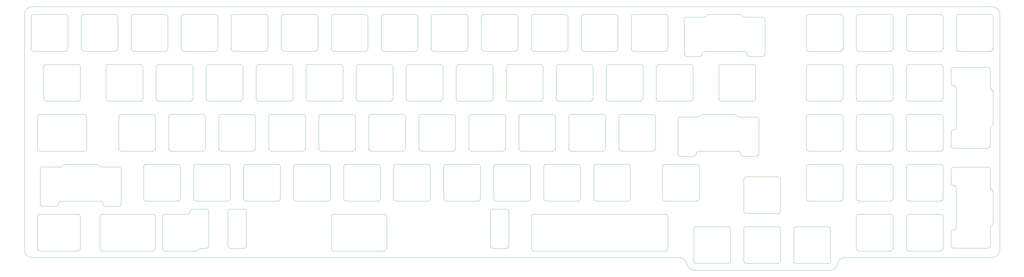
<source format=gbr>
G04 #@! TF.GenerationSoftware,KiCad,Pcbnew,(5.1.5-0-10_14)*
G04 #@! TF.CreationDate,2020-05-12T08:54:25-06:00*
G04 #@! TF.ProjectId,FR4Plate,46523450-6c61-4746-952e-6b696361645f,rev?*
G04 #@! TF.SameCoordinates,Original*
G04 #@! TF.FileFunction,Profile,NP*
%FSLAX46Y46*%
G04 Gerber Fmt 4.6, Leading zero omitted, Abs format (unit mm)*
G04 Created by KiCad (PCBNEW (5.1.5-0-10_14)) date 2020-05-12 08:54:25*
%MOMM*%
%LPD*%
G04 APERTURE LIST*
%ADD10C,0.050000*%
G04 APERTURE END LIST*
D10*
X319086500Y-165306750D02*
G75*
G02X318087500Y-164305750I1000J1000000D01*
G01*
X331087500Y-151305750D02*
G75*
G02X332087500Y-152305750I0J-1000000D01*
G01*
X332086500Y-164306750D02*
G75*
G02X331087500Y-165305750I-999000J0D01*
G01*
X318087500Y-152305750D02*
G75*
G02X319087500Y-151305750I1000000J0D01*
G01*
X331087500Y-165305750D02*
X319087500Y-165305750D01*
X318087500Y-164305750D02*
X318087500Y-152305750D01*
X332087500Y-152305750D02*
X332087500Y-164306750D01*
X319087500Y-151305750D02*
X331087500Y-151305750D01*
X293987500Y-152305750D02*
X293987500Y-164306750D01*
X299037500Y-145256750D02*
X299037500Y-133255750D01*
X312037500Y-146256750D02*
X300037500Y-146256750D01*
X313037500Y-133255750D02*
X313037500Y-145256750D01*
X300037500Y-132256750D02*
X312037500Y-132256750D01*
X322850500Y-121443750D02*
X322850500Y-109443750D01*
X323850500Y-70343750D02*
X335850500Y-70343750D01*
X336850500Y-128493750D02*
X336850500Y-140493750D01*
X336850500Y-71343750D02*
X336850500Y-83343750D01*
X322850500Y-83343750D02*
X322850500Y-71343750D01*
X335850500Y-84343750D02*
X323850500Y-84343750D01*
X323850500Y-127493750D02*
X335850500Y-127493750D01*
X335850500Y-122443750D02*
X323850500Y-122443750D01*
X336850500Y-109443750D02*
X336850500Y-121443750D01*
X336850500Y-90393750D02*
X336850500Y-102393750D01*
X323850500Y-89393750D02*
X335850500Y-89393750D01*
X322850500Y-102393750D02*
X322850500Y-90393750D01*
X335850500Y-103393750D02*
X323850500Y-103393750D01*
X393999500Y-138018750D02*
X394000500Y-150018750D01*
X392999500Y-129580750D02*
X392999500Y-136286750D01*
X274930500Y-109443750D02*
X281636500Y-109443750D01*
X117775500Y-71343750D02*
X117775500Y-83343750D01*
X104775500Y-70343750D02*
X116775500Y-70343750D01*
X103775500Y-83343750D02*
X103775500Y-71343750D01*
X116775500Y-84343750D02*
X104775500Y-84343750D01*
X170162500Y-109443750D02*
X170162500Y-121443750D01*
X157162500Y-108443750D02*
X169162500Y-108443750D01*
X156162500Y-121443750D02*
X156162500Y-109443750D01*
X169162500Y-122443750D02*
X157162500Y-122443750D01*
X75200500Y-102393750D02*
X75200500Y-90393750D01*
X88200500Y-103393750D02*
X76199500Y-103393750D01*
X89199500Y-90393750D02*
X89199500Y-102393750D01*
X76199500Y-89393750D02*
X88200500Y-89393750D01*
X89487500Y-140493750D02*
X89487500Y-128493750D01*
X102487500Y-141493750D02*
X90487500Y-141493750D01*
X103487500Y-128493750D02*
X103487500Y-140493750D01*
X90487500Y-127493750D02*
X102487500Y-127493750D01*
X355900500Y-128493750D02*
X355900500Y-140493750D01*
X342900500Y-127493750D02*
X354900500Y-127493750D01*
X355900500Y-90393750D02*
X355900500Y-102393750D01*
X342900500Y-89393750D02*
X354900500Y-89393750D01*
X341900500Y-102393750D02*
X341900500Y-90393750D01*
X354900500Y-103393750D02*
X342900500Y-103393750D01*
X374950500Y-90393750D02*
X374950500Y-102393750D01*
X213312500Y-121443750D02*
X213312500Y-109443750D01*
X226312500Y-122443750D02*
X214312500Y-122443750D01*
X227312500Y-109443750D02*
X227312500Y-121443750D01*
X214312500Y-108443750D02*
X226312500Y-108443750D01*
X155875500Y-71343750D02*
X155875500Y-83343750D01*
X361950500Y-89393750D02*
X373950500Y-89393750D01*
X354900500Y-84343750D02*
X342900500Y-84343750D01*
X355900500Y-71343750D02*
X355900500Y-83343750D01*
X341900500Y-140493750D02*
X341900500Y-128493750D01*
X354900500Y-141493750D02*
X342900500Y-141493750D01*
X342900500Y-70343750D02*
X354900500Y-70343750D01*
X341900500Y-83343750D02*
X341900500Y-71343750D01*
X360950500Y-102393750D02*
X360950500Y-90393750D01*
X373950500Y-103393750D02*
X361950500Y-103393750D01*
X360950500Y-140493750D02*
X360950500Y-128493750D01*
X373950500Y-141493750D02*
X361950500Y-141493750D01*
X374950500Y-128493750D02*
X374950500Y-140493750D01*
X361950500Y-127493750D02*
X373950500Y-127493750D01*
X373950500Y-122443750D02*
X361950500Y-122443750D01*
X361950500Y-70343750D02*
X373950500Y-70343750D01*
X360950500Y-83343750D02*
X360950500Y-71343750D01*
X373950500Y-84343750D02*
X361949500Y-84343750D01*
X374950500Y-71343750D02*
X374950500Y-83343750D01*
X380999500Y-70343750D02*
X392999500Y-70343750D01*
X379999500Y-83343750D02*
X379999500Y-71343750D01*
X219074500Y-146543750D02*
X269174500Y-146543750D01*
X218074500Y-159543750D02*
X218074500Y-147543750D01*
X269174500Y-160543750D02*
X219074500Y-160543750D01*
X145350500Y-103393750D02*
X133350500Y-103393750D01*
X146350500Y-90393750D02*
X146350500Y-102393750D01*
X32337500Y-102393750D02*
X32337500Y-90393750D01*
X45337500Y-103393750D02*
X33337500Y-103393750D01*
X189212500Y-109443750D02*
X189212500Y-121443750D01*
X176212500Y-108443750D02*
X188212500Y-108443750D01*
X54768500Y-146543750D02*
X73912500Y-146543750D01*
X53768500Y-159543750D02*
X53768500Y-147543750D01*
X73912500Y-160543750D02*
X54768500Y-160543750D01*
X74912500Y-147543750D02*
X74912500Y-159543750D01*
X179974500Y-83343750D02*
X179974500Y-71343750D01*
X192974500Y-84343750D02*
X180974500Y-84343750D01*
X193974500Y-71343750D02*
X193974500Y-83343750D01*
X142875500Y-70343750D02*
X154874500Y-70343750D01*
X141875500Y-83343750D02*
X141875500Y-71343750D01*
X277311500Y-71343750D02*
X284017500Y-71343750D01*
X276311500Y-85343750D02*
X276311500Y-72343750D01*
X282311500Y-86343750D02*
X277311500Y-86343750D01*
X257174500Y-70343750D02*
X269174500Y-70343750D01*
X256174500Y-83343750D02*
X256174500Y-71343750D01*
X269174500Y-84343750D02*
X257174500Y-84343750D01*
X270174500Y-71343750D02*
X270174500Y-83343750D01*
X132350500Y-102393750D02*
X132350500Y-90393750D01*
X133350500Y-89393750D02*
X145350500Y-89393750D01*
X203500500Y-90393750D02*
X203500500Y-102393750D01*
X190500500Y-89393750D02*
X202500500Y-89393750D01*
X189500500Y-102393750D02*
X189500500Y-90393750D01*
X202500500Y-103393750D02*
X190500500Y-103393750D01*
X255887500Y-128493750D02*
X255887500Y-140493750D01*
X242887500Y-127493750D02*
X254887500Y-127493750D01*
X241887500Y-140493750D02*
X241887500Y-128493750D01*
X254887500Y-141493750D02*
X242887500Y-141493750D01*
X378999500Y-128580750D02*
X391999500Y-128580750D01*
X377999500Y-134580750D02*
X377999500Y-129580750D01*
X379999500Y-151456750D02*
X379999500Y-136580750D01*
X377999500Y-158456750D02*
X377999500Y-153456750D01*
X391999500Y-159456750D02*
X378999500Y-159456750D01*
X393000500Y-151750750D02*
X392999500Y-158456750D01*
X342900500Y-146543750D02*
X354900500Y-146543750D01*
X341900500Y-159543750D02*
X341900500Y-147543750D01*
X392999500Y-84343750D02*
X380999500Y-84343750D01*
X393999500Y-71343750D02*
X393999500Y-83343750D01*
X355900500Y-109443750D02*
X355900500Y-121443750D01*
X342900500Y-108443750D02*
X354900500Y-108443750D01*
X341900500Y-121443750D02*
X341900500Y-109443750D01*
X354900500Y-122443750D02*
X342900500Y-122443750D01*
X154874500Y-84343750D02*
X142875500Y-84343750D01*
X40575500Y-84343750D02*
X28575500Y-84343750D01*
X41574500Y-71343750D02*
X41574500Y-83343750D01*
X379999500Y-113356750D02*
X379999500Y-98480750D01*
X273930500Y-123443750D02*
X273930500Y-110443750D01*
X279930500Y-124443750D02*
X274930500Y-124443750D01*
X296806500Y-122443750D02*
X281930500Y-122443750D01*
X303806500Y-124443750D02*
X298806500Y-124443750D01*
X304806500Y-110443750D02*
X304806500Y-123443750D01*
X297100500Y-109443750D02*
X303806500Y-109443750D01*
X283368500Y-108443750D02*
X295368500Y-108443750D01*
X28575500Y-70343750D02*
X40575500Y-70343750D01*
X27575500Y-83343750D02*
X27574500Y-71343750D01*
X360950500Y-159543750D02*
X360950500Y-147543750D01*
X374950500Y-109443750D02*
X374950500Y-121443750D01*
X361950500Y-108443750D02*
X373950500Y-108443750D01*
X360950500Y-121443750D02*
X360950500Y-109443750D01*
X374950500Y-147543750D02*
X374950500Y-159543750D01*
X361950500Y-146543750D02*
X373950500Y-146543750D01*
X378999500Y-90480750D02*
X391999500Y-90480750D01*
X377999500Y-96480750D02*
X377999500Y-91480750D01*
X180974500Y-70343750D02*
X192974500Y-70343750D01*
X208549500Y-102393750D02*
X208549500Y-90393750D01*
X221549500Y-103393750D02*
X209549500Y-103393750D01*
X222549500Y-90393750D02*
X222549500Y-102393750D01*
X209549500Y-89393750D02*
X221549500Y-89393750D01*
X164400500Y-103393750D02*
X152400500Y-103393750D01*
X165400500Y-90393750D02*
X165400500Y-102393750D01*
X152400500Y-89393750D02*
X164400500Y-89393750D01*
X151400500Y-102393750D02*
X151400500Y-90393750D01*
X175212500Y-121443750D02*
X175212500Y-109443750D01*
X188212500Y-122443750D02*
X176212500Y-122443750D01*
X46337500Y-90393750D02*
X46337500Y-102393750D01*
X33337500Y-89393750D02*
X45337500Y-89393750D01*
X377999500Y-120356750D02*
X377999500Y-115356750D01*
X391999500Y-121356750D02*
X378999500Y-121356750D01*
X373950500Y-160543750D02*
X361950500Y-160543750D01*
X392999500Y-91480750D02*
X392999500Y-98186750D01*
X112012500Y-122443750D02*
X100012500Y-122443750D01*
X113012500Y-109443750D02*
X113012500Y-121443750D01*
X100012500Y-108443750D02*
X112012500Y-108443750D01*
X99012500Y-121443750D02*
X99012500Y-109443750D01*
X236837500Y-128493750D02*
X236837500Y-140493750D01*
X223837500Y-127493750D02*
X235837500Y-127493750D01*
X222837500Y-140493750D02*
X222837500Y-128493750D01*
X235837500Y-141493750D02*
X223837500Y-141493750D01*
X285749500Y-70343750D02*
X297749500Y-70343750D01*
X393000500Y-113650750D02*
X392999500Y-120356750D01*
X299187500Y-84343750D02*
X284311500Y-84343750D01*
X306187500Y-86343750D02*
X301187500Y-86343750D01*
X307187500Y-72343750D02*
X307187500Y-85343750D01*
X299482500Y-71343750D02*
X306187500Y-71343750D01*
X354900500Y-160543750D02*
X342900500Y-160543750D01*
X355900500Y-147543750D02*
X355900500Y-159543750D01*
X393999500Y-99918750D02*
X394000500Y-111918750D01*
X47718500Y-122443750D02*
X30956500Y-122443750D01*
X160925500Y-83343750D02*
X160925500Y-71343750D01*
X173925500Y-84343750D02*
X161925500Y-84343750D01*
X174925500Y-71343750D02*
X174925500Y-83343750D01*
X161925500Y-70343750D02*
X173925500Y-70343750D01*
X237124500Y-83343750D02*
X237124500Y-71343750D01*
X250124500Y-84343750D02*
X238124500Y-84343750D01*
X251124500Y-71343750D02*
X251124500Y-83343750D01*
X108537500Y-140493750D02*
X108537500Y-128493750D01*
X121537500Y-141493750D02*
X109537500Y-141493750D01*
X122537500Y-128493750D02*
X122537500Y-140493750D01*
X28050500Y-163068750D02*
X274462500Y-163068750D01*
X25050500Y-70343750D02*
X25049500Y-160068750D01*
X393525500Y-67343750D02*
X28050500Y-67343750D01*
X396525500Y-160068750D02*
X396525500Y-70343750D01*
X337724500Y-163068750D02*
X393525500Y-163068750D01*
X280356500Y-167943750D02*
X331831500Y-167943750D01*
X108518500Y-159543750D02*
X103518500Y-159543750D01*
X109518500Y-145543750D02*
X109518500Y-158543750D01*
X103518500Y-144543750D02*
X108518500Y-144543750D01*
X102518500Y-158543750D02*
X102518500Y-145543750D01*
X126300500Y-103393750D02*
X114300500Y-103393750D01*
X127300500Y-90393750D02*
X127300500Y-102393750D01*
X114300500Y-89393750D02*
X126300500Y-89393750D01*
X113300500Y-102393750D02*
X113300500Y-90393750D01*
X97724500Y-84343750D02*
X85724500Y-84343750D01*
X98724500Y-71343750D02*
X98724500Y-83343750D01*
X109537500Y-127493750D02*
X121537500Y-127493750D01*
X183449500Y-103393750D02*
X171449500Y-103393750D01*
X246362500Y-109443750D02*
X246362500Y-121443750D01*
X30956500Y-146543750D02*
X45337500Y-146543750D01*
X29956500Y-159543750D02*
X29956500Y-147543750D01*
X45337500Y-160543750D02*
X30956500Y-160543750D01*
X46337500Y-147543750D02*
X46337500Y-159543750D01*
X208262500Y-109443750D02*
X208262500Y-121443750D01*
X195262500Y-108443750D02*
X207262500Y-108443750D01*
X194262500Y-121443750D02*
X194262500Y-109443750D01*
X207262500Y-122443750D02*
X195262500Y-122443750D01*
X184449500Y-90393750D02*
X184449500Y-102393750D01*
X171449500Y-89393750D02*
X183449500Y-89393750D01*
X170449500Y-102393750D02*
X170449500Y-90393750D01*
X85724500Y-70343750D02*
X97724500Y-70343750D01*
X84724500Y-83343750D02*
X84724500Y-71343750D01*
X246650500Y-102393750D02*
X246650500Y-90393750D01*
X259650500Y-103393750D02*
X247650500Y-103393750D01*
X260650500Y-90393750D02*
X260650500Y-102393750D01*
X247650500Y-89393750D02*
X259650500Y-89393750D01*
X323850500Y-108443750D02*
X335850500Y-108443750D01*
X29956500Y-121443750D02*
X29956500Y-109443750D01*
X150112500Y-122443750D02*
X138112500Y-122443750D01*
X151112500Y-109443750D02*
X151112500Y-121443750D01*
X138112500Y-108443750D02*
X150112500Y-108443750D01*
X137112500Y-121443750D02*
X137112500Y-109443750D01*
X94250500Y-102393750D02*
X94250500Y-90393750D01*
X107249500Y-103393750D02*
X95250500Y-103393750D01*
X108249500Y-90393750D02*
X108249500Y-102393750D01*
X95249500Y-89393750D02*
X107249500Y-89393750D01*
X46625500Y-83343750D02*
X46625500Y-71343750D01*
X59625500Y-84343750D02*
X47624500Y-84343750D01*
X60624500Y-71343750D02*
X60624500Y-83343750D01*
X47625500Y-70343750D02*
X59624500Y-70343750D01*
X300037500Y-151305750D02*
X312037500Y-151305750D01*
X48718500Y-109443750D02*
X48718500Y-121443750D01*
X30956500Y-108443750D02*
X47718500Y-108443750D01*
X78581500Y-146543750D02*
X87224500Y-146543750D01*
X77581500Y-159543750D02*
X77581500Y-147543750D01*
X90581500Y-160543750D02*
X78581500Y-160543750D01*
X94224500Y-159543750D02*
X92313500Y-159543750D01*
X228600500Y-89393750D02*
X240600500Y-89393750D01*
X227600500Y-102393750D02*
X227600500Y-90393750D01*
X240600500Y-103393750D02*
X228600500Y-103393750D01*
X241600500Y-90393750D02*
X241600500Y-102393750D01*
X118062500Y-121443750D02*
X118062500Y-109443750D01*
X131062500Y-122443750D02*
X119062500Y-122443750D01*
X132062500Y-109443750D02*
X132062500Y-121443750D01*
X119062500Y-108443750D02*
X131062500Y-108443750D01*
X70149500Y-90393750D02*
X70149500Y-102393750D01*
X95225500Y-145543750D02*
X95225500Y-158543750D01*
X89224500Y-144543750D02*
X94224500Y-144543750D01*
X335850500Y-141493750D02*
X323850500Y-141493750D01*
X313037500Y-152305750D02*
X313037500Y-164306750D01*
X217787500Y-128493750D02*
X217787500Y-140493750D01*
X238124500Y-70343750D02*
X250124500Y-70343750D01*
X282081500Y-128493750D02*
X282081500Y-140493750D01*
X269081500Y-127493750D02*
X281081500Y-127493750D01*
X268081500Y-140493750D02*
X268081500Y-128493750D01*
X281081500Y-141493750D02*
X269081500Y-141493750D01*
X203525500Y-144543750D02*
X208525500Y-144543750D01*
X202525500Y-158543750D02*
X202525500Y-145543750D01*
X208525500Y-159543750D02*
X203525500Y-159543750D01*
X209525500Y-145543750D02*
X209525500Y-158543750D01*
X73912500Y-122443750D02*
X61912500Y-122443750D01*
X279699500Y-90393750D02*
X279699500Y-102393750D01*
X266699500Y-89393750D02*
X278699500Y-89393750D01*
X265699500Y-102393750D02*
X265699500Y-90393750D01*
X278699500Y-103393750D02*
X266699500Y-103393750D01*
X123825500Y-70343750D02*
X135824500Y-70343750D01*
X122825500Y-83343750D02*
X122825500Y-71343750D01*
X135824500Y-84343750D02*
X123825500Y-84343750D01*
X136824500Y-71343750D02*
X136824500Y-83343750D01*
X57150500Y-89393750D02*
X69149500Y-89393750D01*
X56150500Y-102393750D02*
X56150500Y-90393750D01*
X69149500Y-103393750D02*
X57150500Y-103393750D01*
X270174500Y-147543750D02*
X270174500Y-159543750D01*
X289512500Y-102393750D02*
X289512500Y-90393750D01*
X302512500Y-103393750D02*
X290512500Y-103393750D01*
X303512500Y-90393750D02*
X303512500Y-102393750D01*
X290512500Y-89393750D02*
X302512500Y-89393750D01*
X70437500Y-140493750D02*
X70437500Y-128493750D01*
X83437500Y-141493750D02*
X71437500Y-141493750D01*
X84437500Y-128493750D02*
X84437500Y-140493750D01*
X71437500Y-127493750D02*
X83437500Y-127493750D01*
X199025500Y-83343750D02*
X199025500Y-71343750D01*
X160637500Y-128493750D02*
X160637500Y-140493750D01*
X147637500Y-127493750D02*
X159637500Y-127493750D01*
X146637500Y-140493750D02*
X146637500Y-128493750D01*
X159637500Y-141493750D02*
X147637500Y-141493750D01*
X197737500Y-141493750D02*
X185737500Y-141493750D01*
X198737500Y-128493750D02*
X198737500Y-140493750D01*
X185737500Y-127493750D02*
X197737500Y-127493750D01*
X184737500Y-140493750D02*
X184737500Y-128493750D01*
X204787500Y-127493750D02*
X216787500Y-127493750D01*
X203787500Y-140493750D02*
X203787500Y-128493750D01*
X216787500Y-141493750D02*
X204787500Y-141493750D01*
X178687500Y-141493750D02*
X166687500Y-141493750D01*
X179687500Y-128493750D02*
X179687500Y-140493750D01*
X166687500Y-127493750D02*
X178687500Y-127493750D01*
X165687500Y-140493750D02*
X165687500Y-128493750D01*
X128587500Y-127493750D02*
X140587500Y-127493750D01*
X127587500Y-140493750D02*
X127587500Y-128493750D01*
X140587500Y-141493750D02*
X128587500Y-141493750D01*
X141587500Y-128493750D02*
X141587500Y-140493750D01*
X212025500Y-84343750D02*
X200025500Y-84343750D01*
X213025500Y-71343750D02*
X213025500Y-83343750D01*
X200025500Y-70343750D02*
X212025500Y-70343750D01*
X299037500Y-164305750D02*
X299037500Y-152305750D01*
X312037500Y-165305750D02*
X300037500Y-165305750D01*
X280987500Y-151305750D02*
X292987500Y-151305750D01*
X279987500Y-164306750D02*
X279987500Y-152305750D01*
X292987500Y-165305750D02*
X280987500Y-165305750D01*
X322850500Y-140493750D02*
X322850500Y-128493750D01*
X252412500Y-108443750D02*
X264412500Y-108443750D01*
X251412500Y-121443750D02*
X251412500Y-109443750D01*
X264412500Y-122443750D02*
X252412500Y-122443750D01*
X265412500Y-109443750D02*
X265412500Y-121443750D01*
X92962500Y-122443750D02*
X80962500Y-122443750D01*
X93962500Y-109443750D02*
X93962500Y-121443750D01*
X80962500Y-108443750D02*
X92962500Y-108443750D01*
X79962500Y-121443750D02*
X79962500Y-109443750D01*
X233362500Y-108443750D02*
X245362500Y-108443750D01*
X232362500Y-121443750D02*
X232362500Y-109443750D01*
X245362500Y-122443750D02*
X233362500Y-122443750D01*
X65675500Y-83343750D02*
X65675500Y-71343750D01*
X78674500Y-84343750D02*
X66675500Y-84343750D01*
X79674500Y-71343750D02*
X79674500Y-83343750D01*
X66675500Y-70343750D02*
X78674500Y-70343750D01*
X141875500Y-159543750D02*
X141875500Y-147543750D01*
X162018500Y-160543750D02*
X142875500Y-160543750D01*
X163018500Y-147543750D02*
X163018500Y-159543750D01*
X142875500Y-146543750D02*
X162018500Y-146543750D01*
X218074500Y-83343750D02*
X218074500Y-71343750D01*
X74912500Y-109443750D02*
X74912500Y-121443750D01*
X61912500Y-108443750D02*
X73912500Y-108443750D01*
X60912500Y-121443750D02*
X60912500Y-109443750D01*
X60919500Y-143493750D02*
X55919500Y-143493750D01*
X61919500Y-129493750D02*
X61919500Y-142493750D01*
X54213500Y-128493750D02*
X60919500Y-128493750D01*
X40481500Y-127493750D02*
X52481500Y-127493750D01*
X32043500Y-128493750D02*
X38749500Y-128493750D01*
X31043500Y-142493750D02*
X31043500Y-129493750D01*
X37043500Y-143493750D02*
X32043500Y-143493750D01*
X53919500Y-141493750D02*
X39043500Y-141493750D01*
X231074500Y-84343750D02*
X219074500Y-84343750D01*
X232074500Y-71343750D02*
X232074500Y-83343750D01*
X219074500Y-70343750D02*
X231074500Y-70343750D01*
X293986500Y-164306750D02*
G75*
G02X292987500Y-165305750I-999000J0D01*
G01*
X292987500Y-151305750D02*
G75*
G02X293987500Y-152305750I0J-1000000D01*
G01*
X300037500Y-146256750D02*
G75*
G02X299037500Y-145256750I0J1000000D01*
G01*
X313037500Y-145256750D02*
G75*
G02X312037500Y-146256750I-1000000J0D01*
G01*
X312037500Y-132255750D02*
G75*
G02X313037500Y-133255750I0J-1000000D01*
G01*
X322850500Y-109443750D02*
G75*
G02X323850500Y-108443750I1000000J0D01*
G01*
X299038500Y-133255750D02*
G75*
G02X300037500Y-132256750I999000J0D01*
G01*
X322850500Y-71343750D02*
G75*
G02X323850500Y-70343750I1000000J0D01*
G01*
X336850500Y-140493750D02*
G75*
G02X335850500Y-141493750I-1000000J0D01*
G01*
X336850500Y-83343750D02*
G75*
G02X335850500Y-84343750I-1000000J0D01*
G01*
X323850500Y-84343750D02*
G75*
G02X322850500Y-83343750I0J1000000D01*
G01*
X335850500Y-108443750D02*
G75*
G02X336850500Y-109443750I0J-1000000D01*
G01*
X323850500Y-122443750D02*
G75*
G02X322850500Y-121443750I0J1000000D01*
G01*
X336850500Y-121443750D02*
G75*
G02X335850500Y-122443750I-1000000J0D01*
G01*
X335850500Y-127493750D02*
G75*
G02X336850500Y-128493750I0J-1000000D01*
G01*
X335850500Y-89393750D02*
G75*
G02X336850500Y-90393750I0J-1000000D01*
G01*
X322850500Y-90393750D02*
G75*
G02X323850500Y-89393750I1000000J0D01*
G01*
X323850500Y-103393750D02*
G75*
G02X322850500Y-102393750I0J1000000D01*
G01*
X336850500Y-102393750D02*
G75*
G02X335850500Y-103393750I-1000000J0D01*
G01*
X393499500Y-137152725D02*
G75*
G02X393999500Y-138018750I-500000J-866025D01*
G01*
X393499500Y-137152775D02*
G75*
G02X392999500Y-136286750I500000J866025D01*
G01*
X391999500Y-128580750D02*
G75*
G02X392999500Y-129580750I0J-1000000D01*
G01*
X282502525Y-108943750D02*
G75*
G02X281636500Y-109443750I-866025J500000D01*
G01*
X273930500Y-110443750D02*
G75*
G02X274930500Y-109443750I1000000J0D01*
G01*
X116775500Y-70343750D02*
G75*
G02X117775500Y-71343750I0J-1000000D01*
G01*
X103775500Y-71343750D02*
G75*
G02X104775500Y-70343750I1000000J0D01*
G01*
X104775500Y-84343750D02*
G75*
G02X103775500Y-83343750I0J1000000D01*
G01*
X117775500Y-83343750D02*
G75*
G02X116775500Y-84343750I-1000000J0D01*
G01*
X169162500Y-108443750D02*
G75*
G02X170162500Y-109443750I0J-1000000D01*
G01*
X156162500Y-109443750D02*
G75*
G02X157162500Y-108443750I1000000J0D01*
G01*
X157162500Y-122443750D02*
G75*
G02X156162500Y-121443750I0J1000000D01*
G01*
X170162500Y-121443750D02*
G75*
G02X169162500Y-122443750I-1000000J0D01*
G01*
X76199500Y-103392750D02*
G75*
G02X75200500Y-102393750I0J999000D01*
G01*
X89200500Y-102393750D02*
G75*
G02X88200500Y-103393750I-1000000J0D01*
G01*
X88200500Y-89394750D02*
G75*
G02X89199500Y-90393750I0J-999000D01*
G01*
X75199500Y-90393750D02*
G75*
G02X76199500Y-89393750I1000000J0D01*
G01*
X90487500Y-141493750D02*
G75*
G02X89487500Y-140493750I0J1000000D01*
G01*
X103487500Y-140493750D02*
G75*
G02X102487500Y-141493750I-1000000J0D01*
G01*
X102487500Y-127493750D02*
G75*
G02X103487500Y-128493750I0J-1000000D01*
G01*
X355900500Y-140493750D02*
G75*
G02X354900500Y-141493750I-1000000J0D01*
G01*
X354900500Y-127493750D02*
G75*
G02X355900500Y-128493750I0J-1000000D01*
G01*
X341900500Y-128493750D02*
G75*
G02X342900500Y-127493750I1000000J0D01*
G01*
X354900500Y-89393750D02*
G75*
G02X355900500Y-90393750I0J-1000000D01*
G01*
X341900500Y-90393750D02*
G75*
G02X342900500Y-89393750I1000000J0D01*
G01*
X342900500Y-103393750D02*
G75*
G02X341900500Y-102393750I0J1000000D01*
G01*
X355900500Y-102393750D02*
G75*
G02X354900500Y-103393750I-1000000J0D01*
G01*
X89487500Y-128493750D02*
G75*
G02X90487500Y-127493750I1000000J0D01*
G01*
X214312500Y-122443750D02*
G75*
G02X213312500Y-121443750I0J1000000D01*
G01*
X227312500Y-121443750D02*
G75*
G02X226312500Y-122443750I-1000000J0D01*
G01*
X226312500Y-108443750D02*
G75*
G02X227312500Y-109443750I0J-1000000D01*
G01*
X213312500Y-109443750D02*
G75*
G02X214312500Y-108443750I1000000J0D01*
G01*
X373950500Y-89393750D02*
G75*
G02X374950500Y-90393750I0J-1000000D01*
G01*
X360950500Y-90393750D02*
G75*
G02X361950500Y-89393750I1000000J0D01*
G01*
X342900500Y-84343750D02*
G75*
G02X341900500Y-83343750I0J1000000D01*
G01*
X355900500Y-83343750D02*
G75*
G02X354900500Y-84343750I-1000000J0D01*
G01*
X354900500Y-70343750D02*
G75*
G02X355900500Y-71343750I0J-1000000D01*
G01*
X342900500Y-141493750D02*
G75*
G02X341900500Y-140493750I0J1000000D01*
G01*
X341900500Y-71343750D02*
G75*
G02X342900500Y-70343750I1000000J0D01*
G01*
X361950500Y-103393750D02*
G75*
G02X360950500Y-102393750I0J1000000D01*
G01*
X374950500Y-102393750D02*
G75*
G02X373950500Y-103393750I-1000000J0D01*
G01*
X361950500Y-141493750D02*
G75*
G02X360950500Y-140493750I0J1000000D01*
G01*
X374950500Y-140493750D02*
G75*
G02X373950500Y-141493750I-1000000J0D01*
G01*
X373950500Y-127493750D02*
G75*
G02X374950500Y-128493750I0J-1000000D01*
G01*
X361950500Y-122443750D02*
G75*
G02X360950500Y-121443750I0J1000000D01*
G01*
X374950500Y-121443750D02*
G75*
G02X373950500Y-122443750I-1000000J0D01*
G01*
X360950500Y-128493750D02*
G75*
G02X361950500Y-127493750I1000000J0D01*
G01*
X360950500Y-71343750D02*
G75*
G02X361950500Y-70343750I1000000J0D01*
G01*
X361950500Y-84343750D02*
G75*
G02X360950500Y-83343750I0J1000000D01*
G01*
X374950500Y-83343750D02*
G75*
G02X373950500Y-84343750I-1000000J0D01*
G01*
X373950500Y-70343750D02*
G75*
G02X374950500Y-71343750I0J-1000000D01*
G01*
X379999500Y-71343750D02*
G75*
G02X380999500Y-70343750I1000000J0D01*
G01*
X380999500Y-84343750D02*
G75*
G02X379999500Y-83343750I0J1000000D01*
G01*
X218074500Y-147543750D02*
G75*
G02X219074500Y-146543750I1000000J0D01*
G01*
X219074500Y-160543750D02*
G75*
G02X218074500Y-159543750I0J1000000D01*
G01*
X270174500Y-159543750D02*
G75*
G02X269174500Y-160543750I-1000000J0D01*
G01*
X146350500Y-102393750D02*
G75*
G02X145350500Y-103393750I-1000000J0D01*
G01*
X145350500Y-89393750D02*
G75*
G02X146350500Y-90393750I0J-1000000D01*
G01*
X152400500Y-103393750D02*
G75*
G02X151400500Y-102393750I0J1000000D01*
G01*
X33337500Y-103393750D02*
G75*
G02X32337500Y-102393750I0J1000000D01*
G01*
X46337500Y-102393750D02*
G75*
G02X45337500Y-103393750I-1000000J0D01*
G01*
X189212500Y-121443750D02*
G75*
G02X188212500Y-122443750I-1000000J0D01*
G01*
X188212500Y-108443750D02*
G75*
G02X189212500Y-109443750I0J-1000000D01*
G01*
X175212500Y-109443750D02*
G75*
G02X176212500Y-108443750I1000000J0D01*
G01*
X53768500Y-147543750D02*
G75*
G02X54768500Y-146543750I1000000J0D01*
G01*
X54768500Y-160543750D02*
G75*
G02X53768500Y-159543750I0J1000000D01*
G01*
X74912500Y-159543750D02*
G75*
G02X73912500Y-160543750I-1000000J0D01*
G01*
X73912500Y-146543750D02*
G75*
G02X74912500Y-147543750I0J-1000000D01*
G01*
X180974500Y-84343750D02*
G75*
G02X179974500Y-83343750I0J1000000D01*
G01*
X193975500Y-83344750D02*
G75*
G02X192974500Y-84343750I-1000000J1000D01*
G01*
X154874500Y-70342750D02*
G75*
G02X155875500Y-71343750I0J-1001000D01*
G01*
X141874500Y-71342750D02*
G75*
G02X142875500Y-70343750I1000000J-1000D01*
G01*
X284883475Y-70843750D02*
G75*
G02X285749500Y-70343750I866025J-500000D01*
G01*
X284883525Y-70843750D02*
G75*
G02X284017500Y-71343750I-866025J500000D01*
G01*
X276311500Y-72343750D02*
G75*
G02X277311500Y-71343750I1000000J0D01*
G01*
X277311500Y-86343750D02*
G75*
G02X276311500Y-85343750I0J1000000D01*
G01*
X283311500Y-85343750D02*
G75*
G02X282311500Y-86343750I-1000000J0D01*
G01*
X283311500Y-85343750D02*
G75*
G02X284311500Y-84343750I1000000J0D01*
G01*
X256174500Y-71343750D02*
G75*
G02X257174500Y-70343750I1000000J0D01*
G01*
X257174500Y-84343750D02*
G75*
G02X256174500Y-83343750I0J1000000D01*
G01*
X270174500Y-83343750D02*
G75*
G02X269174500Y-84343750I-1000000J0D01*
G01*
X269174500Y-70343750D02*
G75*
G02X270174500Y-71343750I0J-1000000D01*
G01*
X133349500Y-103392750D02*
G75*
G02X132350500Y-102393750I0J999000D01*
G01*
X132349500Y-90392750D02*
G75*
G02X133350500Y-89393750I1000000J-1000D01*
G01*
X202500500Y-89393750D02*
G75*
G02X203500500Y-90393750I0J-1000000D01*
G01*
X189499500Y-90392750D02*
G75*
G02X190500500Y-89393750I1000000J-1000D01*
G01*
X190499500Y-103392750D02*
G75*
G02X189500500Y-102393750I0J999000D01*
G01*
X203500500Y-102393750D02*
G75*
G02X202500500Y-103393750I-1000000J0D01*
G01*
X254887500Y-127493750D02*
G75*
G02X255887500Y-128493750I0J-1000000D01*
G01*
X241887500Y-128493750D02*
G75*
G02X242887500Y-127493750I1000000J0D01*
G01*
X242887500Y-141493750D02*
G75*
G02X241887500Y-140493750I0J1000000D01*
G01*
X255887500Y-140493750D02*
G75*
G02X254887500Y-141493750I-1000000J0D01*
G01*
X377999500Y-129580750D02*
G75*
G02X378999500Y-128580750I1000000J0D01*
G01*
X378999500Y-135580750D02*
G75*
G02X377999500Y-134580750I0J1000000D01*
G01*
X378999500Y-135580750D02*
G75*
G02X379999500Y-136580750I0J-1000000D01*
G01*
X379999500Y-151456750D02*
G75*
G02X378999500Y-152456750I-1000000J0D01*
G01*
X377999500Y-153456750D02*
G75*
G02X378999500Y-152456750I1000000J0D01*
G01*
X378999500Y-159456750D02*
G75*
G02X377999500Y-158456750I0J1000000D01*
G01*
X392999500Y-158456750D02*
G75*
G02X391999500Y-159456750I-1000000J0D01*
G01*
X392999522Y-151750763D02*
G75*
G02X393499500Y-150884750I999978J13D01*
G01*
X393999478Y-150018737D02*
G75*
G02X393499500Y-150884750I-999978J-13D01*
G01*
X377999500Y-115356750D02*
G75*
G02X378999500Y-114356750I1000000J0D01*
G01*
X341900500Y-147543750D02*
G75*
G02X342900500Y-146543750I1000000J0D01*
G01*
X342900500Y-160543750D02*
G75*
G02X341900500Y-159543750I0J1000000D01*
G01*
X393999500Y-83343750D02*
G75*
G02X392999500Y-84343750I-1000000J0D01*
G01*
X392999500Y-70343750D02*
G75*
G02X393999500Y-71343750I0J-1000000D01*
G01*
X354900500Y-108443750D02*
G75*
G02X355900500Y-109443750I0J-1000000D01*
G01*
X341900500Y-109443750D02*
G75*
G02X342900500Y-108443750I1000000J0D01*
G01*
X342900500Y-122443750D02*
G75*
G02X341900500Y-121443750I0J1000000D01*
G01*
X355900500Y-121443750D02*
G75*
G02X354900500Y-122443750I-1000000J0D01*
G01*
X142874500Y-84342750D02*
G75*
G02X141875500Y-83343750I0J999000D01*
G01*
X155874500Y-83343750D02*
G75*
G02X154874500Y-84343750I-1000000J0D01*
G01*
X41575500Y-83343750D02*
G75*
G02X40575500Y-84343750I-1000000J0D01*
G01*
X378999500Y-97480750D02*
G75*
G02X377999500Y-96480750I0J1000000D01*
G01*
X378999500Y-97480750D02*
G75*
G02X379999500Y-98480750I0J-1000000D01*
G01*
X379999500Y-113356750D02*
G75*
G02X378999500Y-114356750I-1000000J0D01*
G01*
X274930500Y-124443750D02*
G75*
G02X273930500Y-123443750I0J1000000D01*
G01*
X280930500Y-123443750D02*
G75*
G02X279930500Y-124443750I-1000000J0D01*
G01*
X280930500Y-123443750D02*
G75*
G02X281930500Y-122443750I1000000J0D01*
G01*
X296806500Y-122443750D02*
G75*
G02X297806500Y-123443750I0J-1000000D01*
G01*
X298806500Y-124443750D02*
G75*
G02X297806500Y-123443750I0J1000000D01*
G01*
X304806500Y-123443750D02*
G75*
G02X303806500Y-124443750I-1000000J0D01*
G01*
X303806500Y-109443750D02*
G75*
G02X304806500Y-110443750I0J-1000000D01*
G01*
X297100513Y-109443728D02*
G75*
G02X296234500Y-108943750I-13J999978D01*
G01*
X295368487Y-108443772D02*
G75*
G02X296234500Y-108943750I13J-999978D01*
G01*
X282502475Y-108943750D02*
G75*
G02X283368500Y-108443750I866025J-500000D01*
G01*
X40575500Y-70344750D02*
G75*
G02X41574500Y-71343750I0J-999000D01*
G01*
X27575500Y-71343750D02*
G75*
G02X28575500Y-70343750I1000000J0D01*
G01*
X360950500Y-147543750D02*
G75*
G02X361950500Y-146543750I1000000J0D01*
G01*
X361950500Y-160543750D02*
G75*
G02X360950500Y-159543750I0J1000000D01*
G01*
X373950500Y-108443750D02*
G75*
G02X374950500Y-109443750I0J-1000000D01*
G01*
X360950500Y-109443750D02*
G75*
G02X361950500Y-108443750I1000000J0D01*
G01*
X373950500Y-146543750D02*
G75*
G02X374950500Y-147543750I0J-1000000D01*
G01*
X377999500Y-91480750D02*
G75*
G02X378999500Y-90480750I1000000J0D01*
G01*
X192974500Y-70343750D02*
G75*
G02X193974500Y-71343750I0J-1000000D01*
G01*
X179974500Y-71343750D02*
G75*
G02X180974500Y-70343750I1000000J0D01*
G01*
X209549500Y-103393750D02*
G75*
G02X208549500Y-102393750I0J1000000D01*
G01*
X222549500Y-102393750D02*
G75*
G02X221549500Y-103393750I-1000000J0D01*
G01*
X221550500Y-89394750D02*
G75*
G02X222549500Y-90393750I0J-999000D01*
G01*
X208549500Y-90393750D02*
G75*
G02X209549500Y-89393750I1000000J0D01*
G01*
X165400500Y-102393750D02*
G75*
G02X164400500Y-103393750I-1000000J0D01*
G01*
X164400500Y-89393750D02*
G75*
G02X165400500Y-90393750I0J-1000000D01*
G01*
X151400500Y-90393750D02*
G75*
G02X152400500Y-89393750I1000000J0D01*
G01*
X28574500Y-84342750D02*
G75*
G02X27575500Y-83343750I0J999000D01*
G01*
X176212500Y-122443750D02*
G75*
G02X175212500Y-121443750I0J1000000D01*
G01*
X45337500Y-89393750D02*
G75*
G02X46337500Y-90393750I0J-1000000D01*
G01*
X32337500Y-90393750D02*
G75*
G02X33337500Y-89393750I1000000J0D01*
G01*
X378999500Y-121356750D02*
G75*
G02X377999500Y-120356750I0J1000000D01*
G01*
X354900500Y-146543750D02*
G75*
G02X355900500Y-147543750I0J-1000000D01*
G01*
X374950500Y-159543750D02*
G75*
G02X373950500Y-160543750I-1000000J0D01*
G01*
X393499500Y-99052775D02*
G75*
G02X392999500Y-98186750I500000J866025D01*
G01*
X391999500Y-90480750D02*
G75*
G02X392999500Y-91480750I0J-1000000D01*
G01*
X113012500Y-121443750D02*
G75*
G02X112012500Y-122443750I-1000000J0D01*
G01*
X112012500Y-108443750D02*
G75*
G02X113012500Y-109443750I0J-1000000D01*
G01*
X99012500Y-109443750D02*
G75*
G02X100012500Y-108443750I1000000J0D01*
G01*
X100012500Y-122443750D02*
G75*
G02X99012500Y-121443750I0J1000000D01*
G01*
X235837500Y-127493750D02*
G75*
G02X236837500Y-128493750I0J-1000000D01*
G01*
X222837500Y-128493750D02*
G75*
G02X223837500Y-127493750I1000000J0D01*
G01*
X223837500Y-141493750D02*
G75*
G02X222837500Y-140493750I0J1000000D01*
G01*
X236837500Y-140493750D02*
G75*
G02X235837500Y-141493750I-1000000J0D01*
G01*
X297749987Y-70342906D02*
G75*
G02X298616500Y-70843750I-487J-1000844D01*
G01*
X392999500Y-120356750D02*
G75*
G02X391999500Y-121356750I-1000000J0D01*
G01*
X392999522Y-113650763D02*
G75*
G02X393499500Y-112784750I999978J13D01*
G01*
X299188500Y-84343750D02*
G75*
G02X300188500Y-85343750I0J-1000000D01*
G01*
X301188500Y-86343750D02*
G75*
G02X300188500Y-85343750I0J1000000D01*
G01*
X307188500Y-85344750D02*
G75*
G02X306187500Y-86343750I-1000000J1000D01*
G01*
X306187500Y-71343750D02*
G75*
G02X307187500Y-72343750I0J-1000000D01*
G01*
X299482513Y-71343728D02*
G75*
G02X298616500Y-70843750I-13J999978D01*
G01*
X355900500Y-159543750D02*
G75*
G02X354900500Y-160543750I-1000000J0D01*
G01*
X393999478Y-111918737D02*
G75*
G02X393499500Y-112784750I-999978J-13D01*
G01*
X393499500Y-99052725D02*
G75*
G02X393999500Y-99918750I-500000J-866025D01*
G01*
X48718500Y-121443750D02*
G75*
G02X47718500Y-122443750I-1000000J0D01*
G01*
X161924500Y-84342750D02*
G75*
G02X160925500Y-83343750I0J999000D01*
G01*
X174925500Y-83343750D02*
G75*
G02X173925500Y-84343750I-1000000J0D01*
G01*
X173925500Y-70343750D02*
G75*
G02X174925500Y-71343750I0J-1000000D01*
G01*
X160924500Y-71342750D02*
G75*
G02X161925500Y-70343750I1000000J-1000D01*
G01*
X238124500Y-84343750D02*
G75*
G02X237124500Y-83343750I0J1000000D01*
G01*
X251124500Y-83343750D02*
G75*
G02X250124500Y-84343750I-1000000J0D01*
G01*
X250124500Y-70343750D02*
G75*
G02X251124500Y-71343750I0J-1000000D01*
G01*
X109537500Y-141493750D02*
G75*
G02X108537500Y-140493750I0J1000000D01*
G01*
X122537500Y-140493750D02*
G75*
G02X121537500Y-141493750I-1000000J0D01*
G01*
X121537500Y-127493750D02*
G75*
G02X122537500Y-128493750I0J-1000000D01*
G01*
X28050500Y-163069750D02*
G75*
G02X25049500Y-160068750I0J3001000D01*
G01*
X25049500Y-70342750D02*
G75*
G02X28050500Y-67343750I3000000J-1000D01*
G01*
X393525500Y-67343750D02*
G75*
G02X396525500Y-70343750I0J-3000000D01*
G01*
X396525500Y-160068750D02*
G75*
G02X393525500Y-163068750I-3000000J0D01*
G01*
X334777746Y-165506040D02*
G75*
G02X337724500Y-163068750I2946754J-562710D01*
G01*
X334778254Y-165506460D02*
G75*
G02X331831500Y-167943750I-2946754J562710D01*
G01*
X280355757Y-167943859D02*
G75*
G02X277409500Y-165505750I743J3000109D01*
G01*
X46625500Y-71343750D02*
G75*
G02X47625500Y-70343750I1000000J0D01*
G01*
X109518500Y-158543750D02*
G75*
G02X108518500Y-159543750I-1000000J0D01*
G01*
X108518500Y-144543750D02*
G75*
G02X109518500Y-145543750I0J-1000000D01*
G01*
X102518500Y-145543750D02*
G75*
G02X103518500Y-144543750I1000000J0D01*
G01*
X103518500Y-159543750D02*
G75*
G02X102518500Y-158543750I0J1000000D01*
G01*
X127300500Y-102393750D02*
G75*
G02X126300500Y-103393750I-1000000J0D01*
G01*
X126300500Y-89393750D02*
G75*
G02X127300500Y-90393750I0J-1000000D01*
G01*
X113299500Y-90392750D02*
G75*
G02X114300500Y-89393750I1000000J-1000D01*
G01*
X85724500Y-84343750D02*
G75*
G02X84724500Y-83343750I0J1000000D01*
G01*
X98725500Y-83344750D02*
G75*
G02X97724500Y-84343750I-1000000J1000D01*
G01*
X97724500Y-70343750D02*
G75*
G02X98724500Y-71343750I0J-1000000D01*
G01*
X108537500Y-128493750D02*
G75*
G02X109537500Y-127493750I1000000J0D01*
G01*
X184449500Y-102393750D02*
G75*
G02X183449500Y-103393750I-1000000J0D01*
G01*
X29956500Y-147543750D02*
G75*
G02X30956500Y-146543750I1000000J0D01*
G01*
X30956500Y-160543750D02*
G75*
G02X29956500Y-159543750I0J1000000D01*
G01*
X46337500Y-159543750D02*
G75*
G02X45337500Y-160543750I-1000000J0D01*
G01*
X45337500Y-146543750D02*
G75*
G02X46337500Y-147543750I0J-1000000D01*
G01*
X207262500Y-108443750D02*
G75*
G02X208262500Y-109443750I0J-1000000D01*
G01*
X194262500Y-109443750D02*
G75*
G02X195262500Y-108443750I1000000J0D01*
G01*
X195262500Y-122443750D02*
G75*
G02X194262500Y-121443750I0J1000000D01*
G01*
X208262500Y-121443750D02*
G75*
G02X207262500Y-122443750I-1000000J0D01*
G01*
X183449500Y-89393750D02*
G75*
G02X184449500Y-90393750I0J-1000000D01*
G01*
X170449500Y-90393750D02*
G75*
G02X171449500Y-89393750I1000000J0D01*
G01*
X171449500Y-103393750D02*
G75*
G02X170449500Y-102393750I0J1000000D01*
G01*
X246649500Y-90392750D02*
G75*
G02X247650500Y-89393750I1000000J-1000D01*
G01*
X84724500Y-71343750D02*
G75*
G02X85724500Y-70343750I1000000J0D01*
G01*
X247649500Y-103392750D02*
G75*
G02X246650500Y-102393750I0J999000D01*
G01*
X260650500Y-102393750D02*
G75*
G02X259650500Y-103393750I-1000000J0D01*
G01*
X259650500Y-89393750D02*
G75*
G02X260650500Y-90393750I0J-1000000D01*
G01*
X335850500Y-70343750D02*
G75*
G02X336850500Y-71343750I0J-1000000D01*
G01*
X29956500Y-109443750D02*
G75*
G02X30956500Y-108443750I1000000J0D01*
G01*
X30956500Y-122443750D02*
G75*
G02X29956500Y-121443750I0J1000000D01*
G01*
X118062500Y-109443750D02*
G75*
G02X119062500Y-108443750I1000000J0D01*
G01*
X151112500Y-121443750D02*
G75*
G02X150112500Y-122443750I-1000000J0D01*
G01*
X150112500Y-108443750D02*
G75*
G02X151112500Y-109443750I0J-1000000D01*
G01*
X137112500Y-109443750D02*
G75*
G02X138112500Y-108443750I1000000J0D01*
G01*
X138112500Y-122443750D02*
G75*
G02X137112500Y-121443750I0J1000000D01*
G01*
X95249500Y-103392750D02*
G75*
G02X94250500Y-102393750I0J999000D01*
G01*
X108250500Y-102394750D02*
G75*
G02X107249500Y-103393750I-1000000J1000D01*
G01*
X107250500Y-89394750D02*
G75*
G02X108249500Y-90393750I0J-999000D01*
G01*
X94249500Y-90393750D02*
G75*
G02X95249500Y-89393750I1000000J0D01*
G01*
X47624500Y-84342750D02*
G75*
G02X46625500Y-83343750I0J999000D01*
G01*
X60625500Y-83343750D02*
G75*
G02X59625500Y-84343750I-1000000J0D01*
G01*
X59624500Y-70343750D02*
G75*
G02X60624500Y-71343750I0J-1000000D01*
G01*
X274462261Y-163068454D02*
G75*
G02X277409500Y-165505750I239J-3000296D01*
G01*
X299037500Y-152305750D02*
G75*
G02X300037500Y-151305750I1000000J0D01*
G01*
X47718500Y-108443750D02*
G75*
G02X48718500Y-109443750I0J-1000000D01*
G01*
X88225500Y-145544750D02*
G75*
G02X87224500Y-146543750I-1000000J1000D01*
G01*
X77581500Y-147543750D02*
G75*
G02X78581500Y-146543750I1000000J0D01*
G01*
X78581500Y-160543750D02*
G75*
G02X77581500Y-159543750I0J1000000D01*
G01*
X91447525Y-160043750D02*
G75*
G02X90581500Y-160543750I-866025J500000D01*
G01*
X91447475Y-160043750D02*
G75*
G02X92313500Y-159543750I866025J-500000D01*
G01*
X227599500Y-90392750D02*
G75*
G02X228600500Y-89393750I1000000J-1000D01*
G01*
X228599500Y-103392750D02*
G75*
G02X227600500Y-102393750I0J999000D01*
G01*
X241600500Y-102393750D02*
G75*
G02X240600500Y-103393750I-1000000J0D01*
G01*
X240600500Y-89393750D02*
G75*
G02X241600500Y-90393750I0J-1000000D01*
G01*
X119062500Y-122443750D02*
G75*
G02X118062500Y-121443750I0J1000000D01*
G01*
X132062500Y-121443750D02*
G75*
G02X131062500Y-122443750I-1000000J0D01*
G01*
X131062500Y-108443750D02*
G75*
G02X132062500Y-109443750I0J-1000000D01*
G01*
X70150500Y-102394750D02*
G75*
G02X69149500Y-103393750I-1000000J1000D01*
G01*
X69150500Y-89394750D02*
G75*
G02X70149500Y-90393750I0J-999000D01*
G01*
X94225500Y-144543750D02*
G75*
G02X95225500Y-145543750I0J-1000000D01*
G01*
X88224500Y-145543750D02*
G75*
G02X89224500Y-144543750I1000000J0D01*
G01*
X313036500Y-164306750D02*
G75*
G02X312037500Y-165305750I-999000J0D01*
G01*
X312037500Y-151305750D02*
G75*
G02X313037500Y-152305750I0J-1000000D01*
G01*
X217787500Y-140493750D02*
G75*
G02X216787500Y-141493750I-1000000J0D01*
G01*
X216787500Y-127493750D02*
G75*
G02X217787500Y-128493750I0J-1000000D01*
G01*
X95225500Y-158544750D02*
G75*
G02X94224500Y-159543750I-1000000J1000D01*
G01*
X237124500Y-71343750D02*
G75*
G02X238124500Y-70343750I1000000J0D01*
G01*
X281081500Y-127493750D02*
G75*
G02X282081500Y-128493750I0J-1000000D01*
G01*
X268081500Y-128493750D02*
G75*
G02X269081500Y-127493750I1000000J0D01*
G01*
X269081500Y-141493750D02*
G75*
G02X268081500Y-140493750I0J1000000D01*
G01*
X282081500Y-140493750D02*
G75*
G02X281081500Y-141493750I-1000000J0D01*
G01*
X202524500Y-145542750D02*
G75*
G02X203525500Y-144543750I1000000J-1000D01*
G01*
X203524500Y-159542750D02*
G75*
G02X202525500Y-158543750I0J999000D01*
G01*
X209525500Y-158543750D02*
G75*
G02X208525500Y-159543750I-1000000J0D01*
G01*
X208525500Y-144543750D02*
G75*
G02X209525500Y-145543750I0J-1000000D01*
G01*
X74912500Y-121443750D02*
G75*
G02X73912500Y-122443750I-1000000J0D01*
G01*
X278700500Y-89394750D02*
G75*
G02X279699500Y-90393750I0J-999000D01*
G01*
X265699500Y-90393750D02*
G75*
G02X266699500Y-89393750I1000000J0D01*
G01*
X266699500Y-103393750D02*
G75*
G02X265699500Y-102393750I0J1000000D01*
G01*
X279700500Y-102394750D02*
G75*
G02X278699500Y-103393750I-1000000J1000D01*
G01*
X122825500Y-71343750D02*
G75*
G02X123825500Y-70343750I1000000J0D01*
G01*
X123824500Y-84342750D02*
G75*
G02X122825500Y-83343750I0J999000D01*
G01*
X136825500Y-83344750D02*
G75*
G02X135824500Y-84343750I-1000000J1000D01*
G01*
X135825500Y-70344750D02*
G75*
G02X136824500Y-71343750I0J-999000D01*
G01*
X56149500Y-90392750D02*
G75*
G02X57150500Y-89393750I1000000J-1000D01*
G01*
X57149500Y-103392750D02*
G75*
G02X56150500Y-102393750I0J999000D01*
G01*
X269174500Y-146543750D02*
G75*
G02X270174500Y-147543750I0J-1000000D01*
G01*
X290512500Y-103393750D02*
G75*
G02X289512500Y-102393750I0J1000000D01*
G01*
X303512500Y-102393750D02*
G75*
G02X302512500Y-103393750I-1000000J0D01*
G01*
X302512500Y-89393750D02*
G75*
G02X303512500Y-90393750I0J-1000000D01*
G01*
X289512500Y-90393750D02*
G75*
G02X290512500Y-89393750I1000000J0D01*
G01*
X71437500Y-141493750D02*
G75*
G02X70437500Y-140493750I0J1000000D01*
G01*
X84437500Y-140493750D02*
G75*
G02X83437500Y-141493750I-1000000J0D01*
G01*
X83437500Y-127493750D02*
G75*
G02X84437500Y-128493750I0J-1000000D01*
G01*
X70437500Y-128493750D02*
G75*
G02X71437500Y-127493750I1000000J0D01*
G01*
X200024500Y-84342750D02*
G75*
G02X199025500Y-83343750I0J999000D01*
G01*
X159637500Y-127493750D02*
G75*
G02X160637500Y-128493750I0J-1000000D01*
G01*
X146637500Y-128493750D02*
G75*
G02X147637500Y-127493750I1000000J0D01*
G01*
X147637500Y-141493750D02*
G75*
G02X146637500Y-140493750I0J1000000D01*
G01*
X160637500Y-140493750D02*
G75*
G02X159637500Y-141493750I-1000000J0D01*
G01*
X198737500Y-140493750D02*
G75*
G02X197737500Y-141493750I-1000000J0D01*
G01*
X197737500Y-127493750D02*
G75*
G02X198737500Y-128493750I0J-1000000D01*
G01*
X184737500Y-128493750D02*
G75*
G02X185737500Y-127493750I1000000J0D01*
G01*
X185737500Y-141493750D02*
G75*
G02X184737500Y-140493750I0J1000000D01*
G01*
X203787500Y-128493750D02*
G75*
G02X204787500Y-127493750I1000000J0D01*
G01*
X204787500Y-141493750D02*
G75*
G02X203787500Y-140493750I0J1000000D01*
G01*
X141874500Y-147542750D02*
G75*
G02X142875500Y-146543750I1000000J-1000D01*
G01*
X179687500Y-140493750D02*
G75*
G02X178687500Y-141493750I-1000000J0D01*
G01*
X178687500Y-127493750D02*
G75*
G02X179687500Y-128493750I0J-1000000D01*
G01*
X165687500Y-128493750D02*
G75*
G02X166687500Y-127493750I1000000J0D01*
G01*
X166687500Y-141493750D02*
G75*
G02X165687500Y-140493750I0J1000000D01*
G01*
X127587500Y-128493750D02*
G75*
G02X128587500Y-127493750I1000000J0D01*
G01*
X128587500Y-141493750D02*
G75*
G02X127587500Y-140493750I0J1000000D01*
G01*
X141587500Y-140493750D02*
G75*
G02X140587500Y-141493750I-1000000J0D01*
G01*
X140587500Y-127493750D02*
G75*
G02X141587500Y-128493750I0J-1000000D01*
G01*
X213025500Y-83343750D02*
G75*
G02X212025500Y-84343750I-1000000J0D01*
G01*
X212025500Y-70343750D02*
G75*
G02X213025500Y-71343750I0J-1000000D01*
G01*
X199025500Y-71343750D02*
G75*
G02X200025500Y-70343750I1000000J0D01*
G01*
X300036500Y-165306750D02*
G75*
G02X299037500Y-164305750I1000J1000000D01*
G01*
X279987500Y-152305750D02*
G75*
G02X280987500Y-151305750I1000000J0D01*
G01*
X280987500Y-165306750D02*
G75*
G02X279987500Y-164306750I0J1000000D01*
G01*
X251412500Y-109443750D02*
G75*
G02X252412500Y-108443750I1000000J0D01*
G01*
X252412500Y-122443750D02*
G75*
G02X251412500Y-121443750I0J1000000D01*
G01*
X265412500Y-121443750D02*
G75*
G02X264412500Y-122443750I-1000000J0D01*
G01*
X264412500Y-108443750D02*
G75*
G02X265412500Y-109443750I0J-1000000D01*
G01*
X93962500Y-121443750D02*
G75*
G02X92962500Y-122443750I-1000000J0D01*
G01*
X92962500Y-108443750D02*
G75*
G02X93962500Y-109443750I0J-1000000D01*
G01*
X79962500Y-109443750D02*
G75*
G02X80962500Y-108443750I1000000J0D01*
G01*
X80962500Y-122443750D02*
G75*
G02X79962500Y-121443750I0J1000000D01*
G01*
X245362500Y-108443750D02*
G75*
G02X246362500Y-109443750I0J-1000000D01*
G01*
X232362500Y-109443750D02*
G75*
G02X233362500Y-108443750I1000000J0D01*
G01*
X233362500Y-122443750D02*
G75*
G02X232362500Y-121443750I0J1000000D01*
G01*
X246362500Y-121443750D02*
G75*
G02X245362500Y-122443750I-1000000J0D01*
G01*
X66674500Y-84342750D02*
G75*
G02X65675500Y-83343750I0J999000D01*
G01*
X79675500Y-83344750D02*
G75*
G02X78674500Y-84343750I-1000000J1000D01*
G01*
X78674500Y-70343750D02*
G75*
G02X79674500Y-71343750I0J-1000000D01*
G01*
X65675500Y-71343750D02*
G75*
G02X66675500Y-70343750I1000000J0D01*
G01*
X142874500Y-160542750D02*
G75*
G02X141875500Y-159543750I0J999000D01*
G01*
X163018500Y-159543750D02*
G75*
G02X162018500Y-160543750I-1000000J0D01*
G01*
X162018500Y-146543750D02*
G75*
G02X163018500Y-147543750I0J-1000000D01*
G01*
X219074500Y-84343750D02*
G75*
G02X218074500Y-83343750I0J1000000D01*
G01*
X73912500Y-108443750D02*
G75*
G02X74912500Y-109443750I0J-1000000D01*
G01*
X60912500Y-109443750D02*
G75*
G02X61912500Y-108443750I1000000J0D01*
G01*
X61912500Y-122443750D02*
G75*
G02X60912500Y-121443750I0J1000000D01*
G01*
X114299500Y-103392750D02*
G75*
G02X113300500Y-102393750I0J999000D01*
G01*
X53919500Y-141493750D02*
G75*
G02X54919500Y-142493750I0J-1000000D01*
G01*
X55919500Y-143493750D02*
G75*
G02X54919500Y-142493750I0J1000000D01*
G01*
X61919500Y-142493750D02*
G75*
G02X60919500Y-143493750I-1000000J0D01*
G01*
X60919500Y-128493750D02*
G75*
G02X61919500Y-129493750I0J-1000000D01*
G01*
X54213513Y-128493728D02*
G75*
G02X53347500Y-127993750I-13J999978D01*
G01*
X52481487Y-127493772D02*
G75*
G02X53347500Y-127993750I13J-999978D01*
G01*
X39615475Y-127993750D02*
G75*
G02X40481500Y-127493750I866025J-500000D01*
G01*
X39615525Y-127993750D02*
G75*
G02X38749500Y-128493750I-866025J500000D01*
G01*
X31043500Y-129493750D02*
G75*
G02X32043500Y-128493750I1000000J0D01*
G01*
X32043500Y-143493750D02*
G75*
G02X31043500Y-142493750I0J1000000D01*
G01*
X38043500Y-142493750D02*
G75*
G02X37043500Y-143493750I-1000000J0D01*
G01*
X38043500Y-142493750D02*
G75*
G02X39043500Y-141493750I1000000J0D01*
G01*
X232075500Y-83344750D02*
G75*
G02X231074500Y-84343750I-1000000J1000D01*
G01*
X231074500Y-70343750D02*
G75*
G02X232074500Y-71343750I0J-1000000D01*
G01*
X218074500Y-71343750D02*
G75*
G02X219074500Y-70343750I1000000J0D01*
G01*
X322850500Y-128493750D02*
G75*
G02X323850500Y-127493750I1000000J0D01*
G01*
X323850500Y-141493750D02*
G75*
G02X322850500Y-140493750I0J1000000D01*
G01*
M02*

</source>
